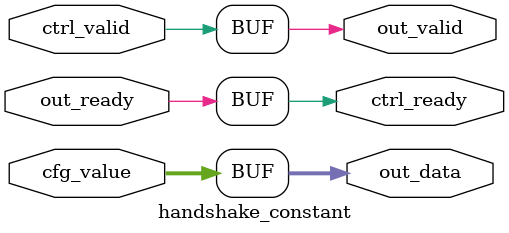
<source format=sv>
module handshake_constant #(
    parameter int WIDTH = 32
) (
    // Control input (trigger)
    input  logic             ctrl_valid,
    output logic             ctrl_ready,

    // Constant output
    output logic             out_valid,
    input  logic             out_ready,
    output logic [WIDTH-1:0] out_data,

    // Configuration: the constant value
    input  logic [WIDTH-1:0] cfg_value
);

  assign out_valid  = ctrl_valid;
  assign out_data   = cfg_value;
  assign ctrl_ready = out_ready;

endmodule

</source>
